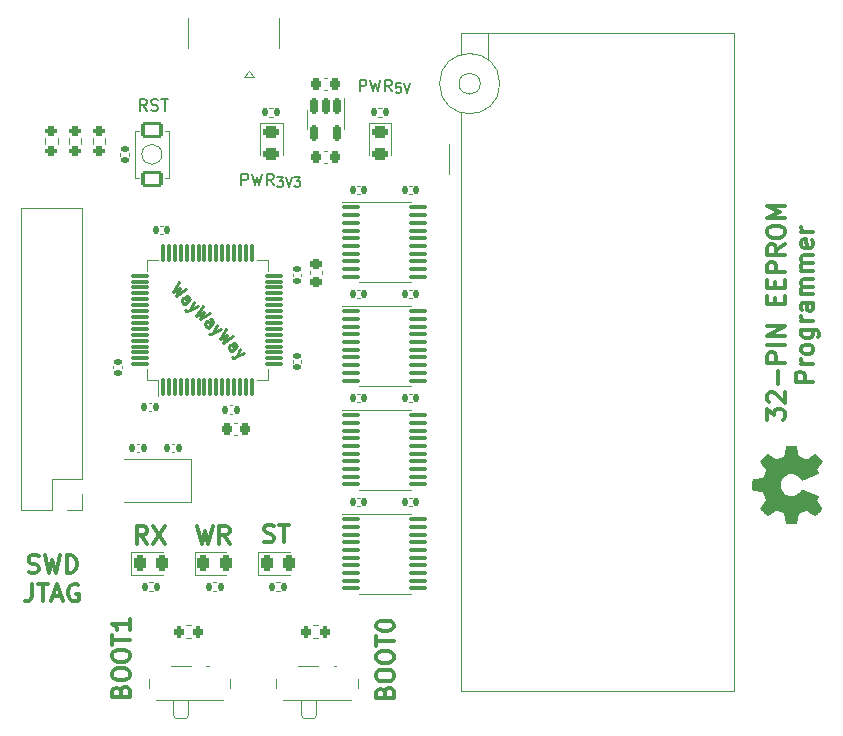
<source format=gbr>
G04 #@! TF.GenerationSoftware,KiCad,Pcbnew,7.0.7*
G04 #@! TF.CreationDate,2023-09-26T12:49:17-04:00*
G04 #@! TF.ProjectId,programmer,70726f67-7261-46d6-9d65-722e6b696361,rev?*
G04 #@! TF.SameCoordinates,Original*
G04 #@! TF.FileFunction,Legend,Top*
G04 #@! TF.FilePolarity,Positive*
%FSLAX46Y46*%
G04 Gerber Fmt 4.6, Leading zero omitted, Abs format (unit mm)*
G04 Created by KiCad (PCBNEW 7.0.7) date 2023-09-26 12:49:17*
%MOMM*%
%LPD*%
G01*
G04 APERTURE LIST*
G04 Aperture macros list*
%AMRoundRect*
0 Rectangle with rounded corners*
0 $1 Rounding radius*
0 $2 $3 $4 $5 $6 $7 $8 $9 X,Y pos of 4 corners*
0 Add a 4 corners polygon primitive as box body*
4,1,4,$2,$3,$4,$5,$6,$7,$8,$9,$2,$3,0*
0 Add four circle primitives for the rounded corners*
1,1,$1+$1,$2,$3*
1,1,$1+$1,$4,$5*
1,1,$1+$1,$6,$7*
1,1,$1+$1,$8,$9*
0 Add four rect primitives between the rounded corners*
20,1,$1+$1,$2,$3,$4,$5,0*
20,1,$1+$1,$4,$5,$6,$7,0*
20,1,$1+$1,$6,$7,$8,$9,0*
20,1,$1+$1,$8,$9,$2,$3,0*%
%AMFreePoly0*
4,1,9,1.050000,0.350000,0.550000,0.000000,0.550000,-0.400000,0.800000,-0.650000,0.800000,-0.800000,-1.050000,-0.800000,-1.050000,0.800000,1.050000,0.800000,1.050000,0.350000,1.050000,0.350000,$1*%
%AMFreePoly1*
4,1,9,1.050000,-0.800000,-0.800000,-0.800000,-0.800000,-0.650000,-0.550000,-0.400000,-0.550000,0.000000,-1.050000,0.350000,-1.050000,0.800000,1.050000,0.800000,1.050000,-0.800000,1.050000,-0.800000,$1*%
G04 Aperture macros list end*
%ADD10C,0.250000*%
%ADD11C,0.300000*%
%ADD12C,0.150000*%
%ADD13C,0.120000*%
%ADD14C,0.100000*%
%ADD15RoundRect,0.200000X0.275000X-0.200000X0.275000X0.200000X-0.275000X0.200000X-0.275000X-0.200000X0*%
%ADD16RoundRect,0.100000X-0.637500X-0.100000X0.637500X-0.100000X0.637500X0.100000X-0.637500X0.100000X0*%
%ADD17RoundRect,0.225000X0.225000X0.250000X-0.225000X0.250000X-0.225000X-0.250000X0.225000X-0.250000X0*%
%ADD18RoundRect,0.140000X0.140000X0.170000X-0.140000X0.170000X-0.140000X-0.170000X0.140000X-0.170000X0*%
%ADD19RoundRect,0.140000X-0.140000X-0.170000X0.140000X-0.170000X0.140000X0.170000X-0.140000X0.170000X0*%
%ADD20RoundRect,0.243750X-0.243750X-0.456250X0.243750X-0.456250X0.243750X0.456250X-0.243750X0.456250X0*%
%ADD21RoundRect,0.140000X0.170000X-0.140000X0.170000X0.140000X-0.170000X0.140000X-0.170000X-0.140000X0*%
%ADD22R,1.400000X0.800000*%
%ADD23C,0.900000*%
%ADD24R,0.800000X2.000000*%
%ADD25RoundRect,0.140000X-0.170000X0.140000X-0.170000X-0.140000X0.170000X-0.140000X0.170000X0.140000X0*%
%ADD26RoundRect,0.135000X-0.135000X-0.185000X0.135000X-0.185000X0.135000X0.185000X-0.135000X0.185000X0*%
%ADD27RoundRect,0.150000X-0.150000X0.512500X-0.150000X-0.512500X0.150000X-0.512500X0.150000X0.512500X0*%
%ADD28R,2.000000X2.400000*%
%ADD29RoundRect,0.243750X-0.456250X0.243750X-0.456250X-0.243750X0.456250X-0.243750X0.456250X0.243750X0*%
%ADD30RoundRect,0.200000X0.200000X0.275000X-0.200000X0.275000X-0.200000X-0.275000X0.200000X-0.275000X0*%
%ADD31C,0.600000*%
%ADD32R,0.400000X1.350000*%
%ADD33FreePoly0,180.000000*%
%ADD34O,1.000000X1.700000*%
%ADD35R,1.900000X1.900000*%
%ADD36O,0.850000X1.700000*%
%ADD37FreePoly1,180.000000*%
%ADD38C,0.800000*%
%ADD39C,6.400000*%
%ADD40R,1.700000X1.700000*%
%ADD41O,1.700000X1.700000*%
%ADD42RoundRect,0.225000X-0.225000X-0.250000X0.225000X-0.250000X0.225000X0.250000X-0.225000X0.250000X0*%
%ADD43RoundRect,0.075000X0.075000X-0.700000X0.075000X0.700000X-0.075000X0.700000X-0.075000X-0.700000X0*%
%ADD44RoundRect,0.075000X0.700000X-0.075000X0.700000X0.075000X-0.700000X0.075000X-0.700000X-0.075000X0*%
%ADD45R,2.000000X1.440000*%
%ADD46O,2.000000X1.440000*%
%ADD47RoundRect,0.135000X0.135000X0.185000X-0.135000X0.185000X-0.135000X-0.185000X0.135000X-0.185000X0*%
%ADD48RoundRect,0.135000X0.765000X-0.540000X0.765000X0.540000X-0.765000X0.540000X-0.765000X-0.540000X0*%
%ADD49RoundRect,0.225000X-0.250000X0.225000X-0.250000X-0.225000X0.250000X-0.225000X0.250000X0.225000X0*%
G04 APERTURE END LIST*
D10*
X126320150Y-95414479D02*
X125781402Y-96289945D01*
X125781402Y-96289945D02*
X126421166Y-95919555D01*
X126421166Y-95919555D02*
X126050776Y-96559319D01*
X126050776Y-96559319D02*
X126926242Y-96020571D01*
X126791555Y-97300097D02*
X127161944Y-96929708D01*
X127161944Y-96929708D02*
X127195616Y-96828693D01*
X127195616Y-96828693D02*
X127161944Y-96727677D01*
X127161944Y-96727677D02*
X127027257Y-96592990D01*
X127027257Y-96592990D02*
X126926242Y-96559319D01*
X126825226Y-97266425D02*
X126724211Y-97232754D01*
X126724211Y-97232754D02*
X126555852Y-97064395D01*
X126555852Y-97064395D02*
X126522181Y-96963380D01*
X126522181Y-96963380D02*
X126555852Y-96862364D01*
X126555852Y-96862364D02*
X126623196Y-96795021D01*
X126623196Y-96795021D02*
X126724211Y-96761349D01*
X126724211Y-96761349D02*
X126825226Y-96795021D01*
X126825226Y-96795021D02*
X126993585Y-96963380D01*
X126993585Y-96963380D02*
X127094600Y-96997051D01*
X127532333Y-97098067D02*
X127229288Y-97737830D01*
X127869051Y-97434784D02*
X127229288Y-97737830D01*
X127229288Y-97737830D02*
X126993585Y-97838845D01*
X126993585Y-97838845D02*
X126926242Y-97838845D01*
X126926242Y-97838845D02*
X126825227Y-97805173D01*
X128306784Y-97401113D02*
X127768036Y-98276578D01*
X127768036Y-98276578D02*
X128407799Y-97906189D01*
X128407799Y-97906189D02*
X128037410Y-98545952D01*
X128037410Y-98545952D02*
X128912875Y-98007204D01*
X128778188Y-99286731D02*
X129148577Y-98916341D01*
X129148577Y-98916341D02*
X129182249Y-98815326D01*
X129182249Y-98815326D02*
X129148577Y-98714311D01*
X129148577Y-98714311D02*
X129013890Y-98579624D01*
X129013890Y-98579624D02*
X128912875Y-98545952D01*
X128811860Y-99253059D02*
X128710845Y-99219387D01*
X128710845Y-99219387D02*
X128542486Y-99051028D01*
X128542486Y-99051028D02*
X128508814Y-98950013D01*
X128508814Y-98950013D02*
X128542486Y-98848998D01*
X128542486Y-98848998D02*
X128609829Y-98781654D01*
X128609829Y-98781654D02*
X128710845Y-98747983D01*
X128710845Y-98747983D02*
X128811860Y-98781654D01*
X128811860Y-98781654D02*
X128980219Y-98950013D01*
X128980219Y-98950013D02*
X129081234Y-98983685D01*
X129518967Y-99084700D02*
X129215921Y-99724463D01*
X129855684Y-99421418D02*
X129215921Y-99724463D01*
X129215921Y-99724463D02*
X128980219Y-99825479D01*
X128980219Y-99825479D02*
X128912875Y-99825479D01*
X128912875Y-99825479D02*
X128811860Y-99791807D01*
X130293417Y-99387746D02*
X129754669Y-100263212D01*
X129754669Y-100263212D02*
X130394432Y-99892822D01*
X130394432Y-99892822D02*
X130024043Y-100532586D01*
X130024043Y-100532586D02*
X130899509Y-99993838D01*
X130764822Y-101273364D02*
X131135211Y-100902975D01*
X131135211Y-100902975D02*
X131168883Y-100801960D01*
X131168883Y-100801960D02*
X131135211Y-100700944D01*
X131135211Y-100700944D02*
X131000524Y-100566257D01*
X131000524Y-100566257D02*
X130899509Y-100532586D01*
X130798493Y-101239692D02*
X130697478Y-101206021D01*
X130697478Y-101206021D02*
X130529119Y-101037662D01*
X130529119Y-101037662D02*
X130495448Y-100936647D01*
X130495448Y-100936647D02*
X130529119Y-100835631D01*
X130529119Y-100835631D02*
X130596463Y-100768288D01*
X130596463Y-100768288D02*
X130697478Y-100734616D01*
X130697478Y-100734616D02*
X130798493Y-100768288D01*
X130798493Y-100768288D02*
X130966852Y-100936647D01*
X130966852Y-100936647D02*
X131067867Y-100970318D01*
X131505600Y-101071334D02*
X131202554Y-101711097D01*
X131842318Y-101408051D02*
X131202554Y-101711097D01*
X131202554Y-101711097D02*
X130966852Y-101812112D01*
X130966852Y-101812112D02*
X130899509Y-101812112D01*
X130899509Y-101812112D02*
X130798493Y-101778440D01*
D11*
X113564286Y-119964400D02*
X113778572Y-120035828D01*
X113778572Y-120035828D02*
X114135714Y-120035828D01*
X114135714Y-120035828D02*
X114278572Y-119964400D01*
X114278572Y-119964400D02*
X114350000Y-119892971D01*
X114350000Y-119892971D02*
X114421429Y-119750114D01*
X114421429Y-119750114D02*
X114421429Y-119607257D01*
X114421429Y-119607257D02*
X114350000Y-119464400D01*
X114350000Y-119464400D02*
X114278572Y-119392971D01*
X114278572Y-119392971D02*
X114135714Y-119321542D01*
X114135714Y-119321542D02*
X113850000Y-119250114D01*
X113850000Y-119250114D02*
X113707143Y-119178685D01*
X113707143Y-119178685D02*
X113635714Y-119107257D01*
X113635714Y-119107257D02*
X113564286Y-118964400D01*
X113564286Y-118964400D02*
X113564286Y-118821542D01*
X113564286Y-118821542D02*
X113635714Y-118678685D01*
X113635714Y-118678685D02*
X113707143Y-118607257D01*
X113707143Y-118607257D02*
X113850000Y-118535828D01*
X113850000Y-118535828D02*
X114207143Y-118535828D01*
X114207143Y-118535828D02*
X114421429Y-118607257D01*
X114921428Y-118535828D02*
X115278571Y-120035828D01*
X115278571Y-120035828D02*
X115564285Y-118964400D01*
X115564285Y-118964400D02*
X115850000Y-120035828D01*
X115850000Y-120035828D02*
X116207143Y-118535828D01*
X116778571Y-120035828D02*
X116778571Y-118535828D01*
X116778571Y-118535828D02*
X117135714Y-118535828D01*
X117135714Y-118535828D02*
X117350000Y-118607257D01*
X117350000Y-118607257D02*
X117492857Y-118750114D01*
X117492857Y-118750114D02*
X117564286Y-118892971D01*
X117564286Y-118892971D02*
X117635714Y-119178685D01*
X117635714Y-119178685D02*
X117635714Y-119392971D01*
X117635714Y-119392971D02*
X117564286Y-119678685D01*
X117564286Y-119678685D02*
X117492857Y-119821542D01*
X117492857Y-119821542D02*
X117350000Y-119964400D01*
X117350000Y-119964400D02*
X117135714Y-120035828D01*
X117135714Y-120035828D02*
X116778571Y-120035828D01*
X113850000Y-120950828D02*
X113850000Y-122022257D01*
X113850000Y-122022257D02*
X113778571Y-122236542D01*
X113778571Y-122236542D02*
X113635714Y-122379400D01*
X113635714Y-122379400D02*
X113421428Y-122450828D01*
X113421428Y-122450828D02*
X113278571Y-122450828D01*
X114350000Y-120950828D02*
X115207143Y-120950828D01*
X114778571Y-122450828D02*
X114778571Y-120950828D01*
X115635714Y-122022257D02*
X116350000Y-122022257D01*
X115492857Y-122450828D02*
X115992857Y-120950828D01*
X115992857Y-120950828D02*
X116492857Y-122450828D01*
X117778571Y-121022257D02*
X117635714Y-120950828D01*
X117635714Y-120950828D02*
X117421428Y-120950828D01*
X117421428Y-120950828D02*
X117207142Y-121022257D01*
X117207142Y-121022257D02*
X117064285Y-121165114D01*
X117064285Y-121165114D02*
X116992856Y-121307971D01*
X116992856Y-121307971D02*
X116921428Y-121593685D01*
X116921428Y-121593685D02*
X116921428Y-121807971D01*
X116921428Y-121807971D02*
X116992856Y-122093685D01*
X116992856Y-122093685D02*
X117064285Y-122236542D01*
X117064285Y-122236542D02*
X117207142Y-122379400D01*
X117207142Y-122379400D02*
X117421428Y-122450828D01*
X117421428Y-122450828D02*
X117564285Y-122450828D01*
X117564285Y-122450828D02*
X117778571Y-122379400D01*
X117778571Y-122379400D02*
X117849999Y-122307971D01*
X117849999Y-122307971D02*
X117849999Y-121807971D01*
X117849999Y-121807971D02*
X117564285Y-121807971D01*
D12*
X141586779Y-79269819D02*
X141586779Y-78269819D01*
X141586779Y-78269819D02*
X141967731Y-78269819D01*
X141967731Y-78269819D02*
X142062969Y-78317438D01*
X142062969Y-78317438D02*
X142110588Y-78365057D01*
X142110588Y-78365057D02*
X142158207Y-78460295D01*
X142158207Y-78460295D02*
X142158207Y-78603152D01*
X142158207Y-78603152D02*
X142110588Y-78698390D01*
X142110588Y-78698390D02*
X142062969Y-78746009D01*
X142062969Y-78746009D02*
X141967731Y-78793628D01*
X141967731Y-78793628D02*
X141586779Y-78793628D01*
X142491541Y-78269819D02*
X142729636Y-79269819D01*
X142729636Y-79269819D02*
X142920112Y-78555533D01*
X142920112Y-78555533D02*
X143110588Y-79269819D01*
X143110588Y-79269819D02*
X143348684Y-78269819D01*
X144301064Y-79269819D02*
X143967731Y-78793628D01*
X143729636Y-79269819D02*
X143729636Y-78269819D01*
X143729636Y-78269819D02*
X144110588Y-78269819D01*
X144110588Y-78269819D02*
X144205826Y-78317438D01*
X144205826Y-78317438D02*
X144253445Y-78365057D01*
X144253445Y-78365057D02*
X144301064Y-78460295D01*
X144301064Y-78460295D02*
X144301064Y-78603152D01*
X144301064Y-78603152D02*
X144253445Y-78698390D01*
X144253445Y-78698390D02*
X144205826Y-78746009D01*
X144205826Y-78746009D02*
X144110588Y-78793628D01*
X144110588Y-78793628D02*
X143729636Y-78793628D01*
X145062969Y-78580295D02*
X144682017Y-78580295D01*
X144682017Y-78580295D02*
X144643921Y-78961247D01*
X144643921Y-78961247D02*
X144682017Y-78923152D01*
X144682017Y-78923152D02*
X144758207Y-78885057D01*
X144758207Y-78885057D02*
X144948683Y-78885057D01*
X144948683Y-78885057D02*
X145024874Y-78923152D01*
X145024874Y-78923152D02*
X145062969Y-78961247D01*
X145062969Y-78961247D02*
X145101064Y-79037438D01*
X145101064Y-79037438D02*
X145101064Y-79227914D01*
X145101064Y-79227914D02*
X145062969Y-79304104D01*
X145062969Y-79304104D02*
X145024874Y-79342200D01*
X145024874Y-79342200D02*
X144948683Y-79380295D01*
X144948683Y-79380295D02*
X144758207Y-79380295D01*
X144758207Y-79380295D02*
X144682017Y-79342200D01*
X144682017Y-79342200D02*
X144643921Y-79304104D01*
X145329636Y-78580295D02*
X145596303Y-79380295D01*
X145596303Y-79380295D02*
X145862969Y-78580295D01*
X131586779Y-87219819D02*
X131586779Y-86219819D01*
X131586779Y-86219819D02*
X131967731Y-86219819D01*
X131967731Y-86219819D02*
X132062969Y-86267438D01*
X132062969Y-86267438D02*
X132110588Y-86315057D01*
X132110588Y-86315057D02*
X132158207Y-86410295D01*
X132158207Y-86410295D02*
X132158207Y-86553152D01*
X132158207Y-86553152D02*
X132110588Y-86648390D01*
X132110588Y-86648390D02*
X132062969Y-86696009D01*
X132062969Y-86696009D02*
X131967731Y-86743628D01*
X131967731Y-86743628D02*
X131586779Y-86743628D01*
X132491541Y-86219819D02*
X132729636Y-87219819D01*
X132729636Y-87219819D02*
X132920112Y-86505533D01*
X132920112Y-86505533D02*
X133110588Y-87219819D01*
X133110588Y-87219819D02*
X133348684Y-86219819D01*
X134301064Y-87219819D02*
X133967731Y-86743628D01*
X133729636Y-87219819D02*
X133729636Y-86219819D01*
X133729636Y-86219819D02*
X134110588Y-86219819D01*
X134110588Y-86219819D02*
X134205826Y-86267438D01*
X134205826Y-86267438D02*
X134253445Y-86315057D01*
X134253445Y-86315057D02*
X134301064Y-86410295D01*
X134301064Y-86410295D02*
X134301064Y-86553152D01*
X134301064Y-86553152D02*
X134253445Y-86648390D01*
X134253445Y-86648390D02*
X134205826Y-86696009D01*
X134205826Y-86696009D02*
X134110588Y-86743628D01*
X134110588Y-86743628D02*
X133729636Y-86743628D01*
X134605826Y-86530295D02*
X135101064Y-86530295D01*
X135101064Y-86530295D02*
X134834398Y-86835057D01*
X134834398Y-86835057D02*
X134948683Y-86835057D01*
X134948683Y-86835057D02*
X135024874Y-86873152D01*
X135024874Y-86873152D02*
X135062969Y-86911247D01*
X135062969Y-86911247D02*
X135101064Y-86987438D01*
X135101064Y-86987438D02*
X135101064Y-87177914D01*
X135101064Y-87177914D02*
X135062969Y-87254104D01*
X135062969Y-87254104D02*
X135024874Y-87292200D01*
X135024874Y-87292200D02*
X134948683Y-87330295D01*
X134948683Y-87330295D02*
X134720112Y-87330295D01*
X134720112Y-87330295D02*
X134643921Y-87292200D01*
X134643921Y-87292200D02*
X134605826Y-87254104D01*
X135329636Y-86530295D02*
X135596303Y-87330295D01*
X135596303Y-87330295D02*
X135862969Y-86530295D01*
X136053445Y-86530295D02*
X136548683Y-86530295D01*
X136548683Y-86530295D02*
X136282017Y-86835057D01*
X136282017Y-86835057D02*
X136396302Y-86835057D01*
X136396302Y-86835057D02*
X136472493Y-86873152D01*
X136472493Y-86873152D02*
X136510588Y-86911247D01*
X136510588Y-86911247D02*
X136548683Y-86987438D01*
X136548683Y-86987438D02*
X136548683Y-87177914D01*
X136548683Y-87177914D02*
X136510588Y-87254104D01*
X136510588Y-87254104D02*
X136472493Y-87292200D01*
X136472493Y-87292200D02*
X136396302Y-87330295D01*
X136396302Y-87330295D02*
X136167731Y-87330295D01*
X136167731Y-87330295D02*
X136091540Y-87292200D01*
X136091540Y-87292200D02*
X136053445Y-87254104D01*
D11*
X176085828Y-107078571D02*
X176085828Y-106149999D01*
X176085828Y-106149999D02*
X176657257Y-106649999D01*
X176657257Y-106649999D02*
X176657257Y-106435714D01*
X176657257Y-106435714D02*
X176728685Y-106292857D01*
X176728685Y-106292857D02*
X176800114Y-106221428D01*
X176800114Y-106221428D02*
X176942971Y-106149999D01*
X176942971Y-106149999D02*
X177300114Y-106149999D01*
X177300114Y-106149999D02*
X177442971Y-106221428D01*
X177442971Y-106221428D02*
X177514400Y-106292857D01*
X177514400Y-106292857D02*
X177585828Y-106435714D01*
X177585828Y-106435714D02*
X177585828Y-106864285D01*
X177585828Y-106864285D02*
X177514400Y-107007142D01*
X177514400Y-107007142D02*
X177442971Y-107078571D01*
X176228685Y-105578571D02*
X176157257Y-105507143D01*
X176157257Y-105507143D02*
X176085828Y-105364286D01*
X176085828Y-105364286D02*
X176085828Y-105007143D01*
X176085828Y-105007143D02*
X176157257Y-104864286D01*
X176157257Y-104864286D02*
X176228685Y-104792857D01*
X176228685Y-104792857D02*
X176371542Y-104721428D01*
X176371542Y-104721428D02*
X176514400Y-104721428D01*
X176514400Y-104721428D02*
X176728685Y-104792857D01*
X176728685Y-104792857D02*
X177585828Y-105650000D01*
X177585828Y-105650000D02*
X177585828Y-104721428D01*
X177014400Y-104078572D02*
X177014400Y-102935715D01*
X177585828Y-102221429D02*
X176085828Y-102221429D01*
X176085828Y-102221429D02*
X176085828Y-101650000D01*
X176085828Y-101650000D02*
X176157257Y-101507143D01*
X176157257Y-101507143D02*
X176228685Y-101435714D01*
X176228685Y-101435714D02*
X176371542Y-101364286D01*
X176371542Y-101364286D02*
X176585828Y-101364286D01*
X176585828Y-101364286D02*
X176728685Y-101435714D01*
X176728685Y-101435714D02*
X176800114Y-101507143D01*
X176800114Y-101507143D02*
X176871542Y-101650000D01*
X176871542Y-101650000D02*
X176871542Y-102221429D01*
X177585828Y-100721429D02*
X176085828Y-100721429D01*
X177585828Y-100007143D02*
X176085828Y-100007143D01*
X176085828Y-100007143D02*
X177585828Y-99150000D01*
X177585828Y-99150000D02*
X176085828Y-99150000D01*
X176800114Y-97292857D02*
X176800114Y-96792857D01*
X177585828Y-96578571D02*
X177585828Y-97292857D01*
X177585828Y-97292857D02*
X176085828Y-97292857D01*
X176085828Y-97292857D02*
X176085828Y-96578571D01*
X176800114Y-95935714D02*
X176800114Y-95435714D01*
X177585828Y-95221428D02*
X177585828Y-95935714D01*
X177585828Y-95935714D02*
X176085828Y-95935714D01*
X176085828Y-95935714D02*
X176085828Y-95221428D01*
X177585828Y-94578571D02*
X176085828Y-94578571D01*
X176085828Y-94578571D02*
X176085828Y-94007142D01*
X176085828Y-94007142D02*
X176157257Y-93864285D01*
X176157257Y-93864285D02*
X176228685Y-93792856D01*
X176228685Y-93792856D02*
X176371542Y-93721428D01*
X176371542Y-93721428D02*
X176585828Y-93721428D01*
X176585828Y-93721428D02*
X176728685Y-93792856D01*
X176728685Y-93792856D02*
X176800114Y-93864285D01*
X176800114Y-93864285D02*
X176871542Y-94007142D01*
X176871542Y-94007142D02*
X176871542Y-94578571D01*
X177585828Y-92221428D02*
X176871542Y-92721428D01*
X177585828Y-93078571D02*
X176085828Y-93078571D01*
X176085828Y-93078571D02*
X176085828Y-92507142D01*
X176085828Y-92507142D02*
X176157257Y-92364285D01*
X176157257Y-92364285D02*
X176228685Y-92292856D01*
X176228685Y-92292856D02*
X176371542Y-92221428D01*
X176371542Y-92221428D02*
X176585828Y-92221428D01*
X176585828Y-92221428D02*
X176728685Y-92292856D01*
X176728685Y-92292856D02*
X176800114Y-92364285D01*
X176800114Y-92364285D02*
X176871542Y-92507142D01*
X176871542Y-92507142D02*
X176871542Y-93078571D01*
X176085828Y-91292856D02*
X176085828Y-91007142D01*
X176085828Y-91007142D02*
X176157257Y-90864285D01*
X176157257Y-90864285D02*
X176300114Y-90721428D01*
X176300114Y-90721428D02*
X176585828Y-90649999D01*
X176585828Y-90649999D02*
X177085828Y-90649999D01*
X177085828Y-90649999D02*
X177371542Y-90721428D01*
X177371542Y-90721428D02*
X177514400Y-90864285D01*
X177514400Y-90864285D02*
X177585828Y-91007142D01*
X177585828Y-91007142D02*
X177585828Y-91292856D01*
X177585828Y-91292856D02*
X177514400Y-91435714D01*
X177514400Y-91435714D02*
X177371542Y-91578571D01*
X177371542Y-91578571D02*
X177085828Y-91649999D01*
X177085828Y-91649999D02*
X176585828Y-91649999D01*
X176585828Y-91649999D02*
X176300114Y-91578571D01*
X176300114Y-91578571D02*
X176157257Y-91435714D01*
X176157257Y-91435714D02*
X176085828Y-91292856D01*
X177585828Y-90007142D02*
X176085828Y-90007142D01*
X176085828Y-90007142D02*
X177157257Y-89507142D01*
X177157257Y-89507142D02*
X176085828Y-89007142D01*
X176085828Y-89007142D02*
X177585828Y-89007142D01*
X180000828Y-103864285D02*
X178500828Y-103864285D01*
X178500828Y-103864285D02*
X178500828Y-103292856D01*
X178500828Y-103292856D02*
X178572257Y-103149999D01*
X178572257Y-103149999D02*
X178643685Y-103078570D01*
X178643685Y-103078570D02*
X178786542Y-103007142D01*
X178786542Y-103007142D02*
X179000828Y-103007142D01*
X179000828Y-103007142D02*
X179143685Y-103078570D01*
X179143685Y-103078570D02*
X179215114Y-103149999D01*
X179215114Y-103149999D02*
X179286542Y-103292856D01*
X179286542Y-103292856D02*
X179286542Y-103864285D01*
X180000828Y-102364285D02*
X179000828Y-102364285D01*
X179286542Y-102364285D02*
X179143685Y-102292856D01*
X179143685Y-102292856D02*
X179072257Y-102221428D01*
X179072257Y-102221428D02*
X179000828Y-102078570D01*
X179000828Y-102078570D02*
X179000828Y-101935713D01*
X180000828Y-101221428D02*
X179929400Y-101364285D01*
X179929400Y-101364285D02*
X179857971Y-101435714D01*
X179857971Y-101435714D02*
X179715114Y-101507142D01*
X179715114Y-101507142D02*
X179286542Y-101507142D01*
X179286542Y-101507142D02*
X179143685Y-101435714D01*
X179143685Y-101435714D02*
X179072257Y-101364285D01*
X179072257Y-101364285D02*
X179000828Y-101221428D01*
X179000828Y-101221428D02*
X179000828Y-101007142D01*
X179000828Y-101007142D02*
X179072257Y-100864285D01*
X179072257Y-100864285D02*
X179143685Y-100792857D01*
X179143685Y-100792857D02*
X179286542Y-100721428D01*
X179286542Y-100721428D02*
X179715114Y-100721428D01*
X179715114Y-100721428D02*
X179857971Y-100792857D01*
X179857971Y-100792857D02*
X179929400Y-100864285D01*
X179929400Y-100864285D02*
X180000828Y-101007142D01*
X180000828Y-101007142D02*
X180000828Y-101221428D01*
X179000828Y-99435714D02*
X180215114Y-99435714D01*
X180215114Y-99435714D02*
X180357971Y-99507142D01*
X180357971Y-99507142D02*
X180429400Y-99578571D01*
X180429400Y-99578571D02*
X180500828Y-99721428D01*
X180500828Y-99721428D02*
X180500828Y-99935714D01*
X180500828Y-99935714D02*
X180429400Y-100078571D01*
X179929400Y-99435714D02*
X180000828Y-99578571D01*
X180000828Y-99578571D02*
X180000828Y-99864285D01*
X180000828Y-99864285D02*
X179929400Y-100007142D01*
X179929400Y-100007142D02*
X179857971Y-100078571D01*
X179857971Y-100078571D02*
X179715114Y-100149999D01*
X179715114Y-100149999D02*
X179286542Y-100149999D01*
X179286542Y-100149999D02*
X179143685Y-100078571D01*
X179143685Y-100078571D02*
X179072257Y-100007142D01*
X179072257Y-100007142D02*
X179000828Y-99864285D01*
X179000828Y-99864285D02*
X179000828Y-99578571D01*
X179000828Y-99578571D02*
X179072257Y-99435714D01*
X180000828Y-98721428D02*
X179000828Y-98721428D01*
X179286542Y-98721428D02*
X179143685Y-98649999D01*
X179143685Y-98649999D02*
X179072257Y-98578571D01*
X179072257Y-98578571D02*
X179000828Y-98435713D01*
X179000828Y-98435713D02*
X179000828Y-98292856D01*
X180000828Y-97150000D02*
X179215114Y-97150000D01*
X179215114Y-97150000D02*
X179072257Y-97221428D01*
X179072257Y-97221428D02*
X179000828Y-97364285D01*
X179000828Y-97364285D02*
X179000828Y-97650000D01*
X179000828Y-97650000D02*
X179072257Y-97792857D01*
X179929400Y-97150000D02*
X180000828Y-97292857D01*
X180000828Y-97292857D02*
X180000828Y-97650000D01*
X180000828Y-97650000D02*
X179929400Y-97792857D01*
X179929400Y-97792857D02*
X179786542Y-97864285D01*
X179786542Y-97864285D02*
X179643685Y-97864285D01*
X179643685Y-97864285D02*
X179500828Y-97792857D01*
X179500828Y-97792857D02*
X179429400Y-97650000D01*
X179429400Y-97650000D02*
X179429400Y-97292857D01*
X179429400Y-97292857D02*
X179357971Y-97150000D01*
X180000828Y-96435714D02*
X179000828Y-96435714D01*
X179143685Y-96435714D02*
X179072257Y-96364285D01*
X179072257Y-96364285D02*
X179000828Y-96221428D01*
X179000828Y-96221428D02*
X179000828Y-96007142D01*
X179000828Y-96007142D02*
X179072257Y-95864285D01*
X179072257Y-95864285D02*
X179215114Y-95792857D01*
X179215114Y-95792857D02*
X180000828Y-95792857D01*
X179215114Y-95792857D02*
X179072257Y-95721428D01*
X179072257Y-95721428D02*
X179000828Y-95578571D01*
X179000828Y-95578571D02*
X179000828Y-95364285D01*
X179000828Y-95364285D02*
X179072257Y-95221428D01*
X179072257Y-95221428D02*
X179215114Y-95149999D01*
X179215114Y-95149999D02*
X180000828Y-95149999D01*
X180000828Y-94435714D02*
X179000828Y-94435714D01*
X179143685Y-94435714D02*
X179072257Y-94364285D01*
X179072257Y-94364285D02*
X179000828Y-94221428D01*
X179000828Y-94221428D02*
X179000828Y-94007142D01*
X179000828Y-94007142D02*
X179072257Y-93864285D01*
X179072257Y-93864285D02*
X179215114Y-93792857D01*
X179215114Y-93792857D02*
X180000828Y-93792857D01*
X179215114Y-93792857D02*
X179072257Y-93721428D01*
X179072257Y-93721428D02*
X179000828Y-93578571D01*
X179000828Y-93578571D02*
X179000828Y-93364285D01*
X179000828Y-93364285D02*
X179072257Y-93221428D01*
X179072257Y-93221428D02*
X179215114Y-93149999D01*
X179215114Y-93149999D02*
X180000828Y-93149999D01*
X179929400Y-91864285D02*
X180000828Y-92007142D01*
X180000828Y-92007142D02*
X180000828Y-92292857D01*
X180000828Y-92292857D02*
X179929400Y-92435714D01*
X179929400Y-92435714D02*
X179786542Y-92507142D01*
X179786542Y-92507142D02*
X179215114Y-92507142D01*
X179215114Y-92507142D02*
X179072257Y-92435714D01*
X179072257Y-92435714D02*
X179000828Y-92292857D01*
X179000828Y-92292857D02*
X179000828Y-92007142D01*
X179000828Y-92007142D02*
X179072257Y-91864285D01*
X179072257Y-91864285D02*
X179215114Y-91792857D01*
X179215114Y-91792857D02*
X179357971Y-91792857D01*
X179357971Y-91792857D02*
X179500828Y-92507142D01*
X180000828Y-91150000D02*
X179000828Y-91150000D01*
X179286542Y-91150000D02*
X179143685Y-91078571D01*
X179143685Y-91078571D02*
X179072257Y-91007143D01*
X179072257Y-91007143D02*
X179000828Y-90864285D01*
X179000828Y-90864285D02*
X179000828Y-90721428D01*
D12*
X123558207Y-80919819D02*
X123224874Y-80443628D01*
X122986779Y-80919819D02*
X122986779Y-79919819D01*
X122986779Y-79919819D02*
X123367731Y-79919819D01*
X123367731Y-79919819D02*
X123462969Y-79967438D01*
X123462969Y-79967438D02*
X123510588Y-80015057D01*
X123510588Y-80015057D02*
X123558207Y-80110295D01*
X123558207Y-80110295D02*
X123558207Y-80253152D01*
X123558207Y-80253152D02*
X123510588Y-80348390D01*
X123510588Y-80348390D02*
X123462969Y-80396009D01*
X123462969Y-80396009D02*
X123367731Y-80443628D01*
X123367731Y-80443628D02*
X122986779Y-80443628D01*
X123939160Y-80872200D02*
X124082017Y-80919819D01*
X124082017Y-80919819D02*
X124320112Y-80919819D01*
X124320112Y-80919819D02*
X124415350Y-80872200D01*
X124415350Y-80872200D02*
X124462969Y-80824580D01*
X124462969Y-80824580D02*
X124510588Y-80729342D01*
X124510588Y-80729342D02*
X124510588Y-80634104D01*
X124510588Y-80634104D02*
X124462969Y-80538866D01*
X124462969Y-80538866D02*
X124415350Y-80491247D01*
X124415350Y-80491247D02*
X124320112Y-80443628D01*
X124320112Y-80443628D02*
X124129636Y-80396009D01*
X124129636Y-80396009D02*
X124034398Y-80348390D01*
X124034398Y-80348390D02*
X123986779Y-80300771D01*
X123986779Y-80300771D02*
X123939160Y-80205533D01*
X123939160Y-80205533D02*
X123939160Y-80110295D01*
X123939160Y-80110295D02*
X123986779Y-80015057D01*
X123986779Y-80015057D02*
X124034398Y-79967438D01*
X124034398Y-79967438D02*
X124129636Y-79919819D01*
X124129636Y-79919819D02*
X124367731Y-79919819D01*
X124367731Y-79919819D02*
X124510588Y-79967438D01*
X124796303Y-79919819D02*
X125367731Y-79919819D01*
X125082017Y-80919819D02*
X125082017Y-79919819D01*
D11*
X127861653Y-116050828D02*
X128218796Y-117550828D01*
X128218796Y-117550828D02*
X128504510Y-116479400D01*
X128504510Y-116479400D02*
X128790225Y-117550828D01*
X128790225Y-117550828D02*
X129147368Y-116050828D01*
X130575939Y-117550828D02*
X130075939Y-116836542D01*
X129718796Y-117550828D02*
X129718796Y-116050828D01*
X129718796Y-116050828D02*
X130290225Y-116050828D01*
X130290225Y-116050828D02*
X130433082Y-116122257D01*
X130433082Y-116122257D02*
X130504511Y-116193685D01*
X130504511Y-116193685D02*
X130575939Y-116336542D01*
X130575939Y-116336542D02*
X130575939Y-116550828D01*
X130575939Y-116550828D02*
X130504511Y-116693685D01*
X130504511Y-116693685D02*
X130433082Y-116765114D01*
X130433082Y-116765114D02*
X130290225Y-116836542D01*
X130290225Y-116836542D02*
X129718796Y-116836542D01*
X133483082Y-117379400D02*
X133697368Y-117450828D01*
X133697368Y-117450828D02*
X134054510Y-117450828D01*
X134054510Y-117450828D02*
X134197368Y-117379400D01*
X134197368Y-117379400D02*
X134268796Y-117307971D01*
X134268796Y-117307971D02*
X134340225Y-117165114D01*
X134340225Y-117165114D02*
X134340225Y-117022257D01*
X134340225Y-117022257D02*
X134268796Y-116879400D01*
X134268796Y-116879400D02*
X134197368Y-116807971D01*
X134197368Y-116807971D02*
X134054510Y-116736542D01*
X134054510Y-116736542D02*
X133768796Y-116665114D01*
X133768796Y-116665114D02*
X133625939Y-116593685D01*
X133625939Y-116593685D02*
X133554510Y-116522257D01*
X133554510Y-116522257D02*
X133483082Y-116379400D01*
X133483082Y-116379400D02*
X133483082Y-116236542D01*
X133483082Y-116236542D02*
X133554510Y-116093685D01*
X133554510Y-116093685D02*
X133625939Y-116022257D01*
X133625939Y-116022257D02*
X133768796Y-115950828D01*
X133768796Y-115950828D02*
X134125939Y-115950828D01*
X134125939Y-115950828D02*
X134340225Y-116022257D01*
X134768796Y-115950828D02*
X135625939Y-115950828D01*
X135197367Y-117450828D02*
X135197367Y-115950828D01*
X121365114Y-130045489D02*
X121436542Y-129831203D01*
X121436542Y-129831203D02*
X121507971Y-129759774D01*
X121507971Y-129759774D02*
X121650828Y-129688346D01*
X121650828Y-129688346D02*
X121865114Y-129688346D01*
X121865114Y-129688346D02*
X122007971Y-129759774D01*
X122007971Y-129759774D02*
X122079400Y-129831203D01*
X122079400Y-129831203D02*
X122150828Y-129974060D01*
X122150828Y-129974060D02*
X122150828Y-130545489D01*
X122150828Y-130545489D02*
X120650828Y-130545489D01*
X120650828Y-130545489D02*
X120650828Y-130045489D01*
X120650828Y-130045489D02*
X120722257Y-129902632D01*
X120722257Y-129902632D02*
X120793685Y-129831203D01*
X120793685Y-129831203D02*
X120936542Y-129759774D01*
X120936542Y-129759774D02*
X121079400Y-129759774D01*
X121079400Y-129759774D02*
X121222257Y-129831203D01*
X121222257Y-129831203D02*
X121293685Y-129902632D01*
X121293685Y-129902632D02*
X121365114Y-130045489D01*
X121365114Y-130045489D02*
X121365114Y-130545489D01*
X120650828Y-128759774D02*
X120650828Y-128474060D01*
X120650828Y-128474060D02*
X120722257Y-128331203D01*
X120722257Y-128331203D02*
X120865114Y-128188346D01*
X120865114Y-128188346D02*
X121150828Y-128116917D01*
X121150828Y-128116917D02*
X121650828Y-128116917D01*
X121650828Y-128116917D02*
X121936542Y-128188346D01*
X121936542Y-128188346D02*
X122079400Y-128331203D01*
X122079400Y-128331203D02*
X122150828Y-128474060D01*
X122150828Y-128474060D02*
X122150828Y-128759774D01*
X122150828Y-128759774D02*
X122079400Y-128902632D01*
X122079400Y-128902632D02*
X121936542Y-129045489D01*
X121936542Y-129045489D02*
X121650828Y-129116917D01*
X121650828Y-129116917D02*
X121150828Y-129116917D01*
X121150828Y-129116917D02*
X120865114Y-129045489D01*
X120865114Y-129045489D02*
X120722257Y-128902632D01*
X120722257Y-128902632D02*
X120650828Y-128759774D01*
X120650828Y-127188345D02*
X120650828Y-126902631D01*
X120650828Y-126902631D02*
X120722257Y-126759774D01*
X120722257Y-126759774D02*
X120865114Y-126616917D01*
X120865114Y-126616917D02*
X121150828Y-126545488D01*
X121150828Y-126545488D02*
X121650828Y-126545488D01*
X121650828Y-126545488D02*
X121936542Y-126616917D01*
X121936542Y-126616917D02*
X122079400Y-126759774D01*
X122079400Y-126759774D02*
X122150828Y-126902631D01*
X122150828Y-126902631D02*
X122150828Y-127188345D01*
X122150828Y-127188345D02*
X122079400Y-127331203D01*
X122079400Y-127331203D02*
X121936542Y-127474060D01*
X121936542Y-127474060D02*
X121650828Y-127545488D01*
X121650828Y-127545488D02*
X121150828Y-127545488D01*
X121150828Y-127545488D02*
X120865114Y-127474060D01*
X120865114Y-127474060D02*
X120722257Y-127331203D01*
X120722257Y-127331203D02*
X120650828Y-127188345D01*
X120650828Y-126116916D02*
X120650828Y-125259774D01*
X122150828Y-125688345D02*
X120650828Y-125688345D01*
X122150828Y-123974059D02*
X122150828Y-124831202D01*
X122150828Y-124402631D02*
X120650828Y-124402631D01*
X120650828Y-124402631D02*
X120865114Y-124545488D01*
X120865114Y-124545488D02*
X121007971Y-124688345D01*
X121007971Y-124688345D02*
X121079400Y-124831202D01*
X143715114Y-130145489D02*
X143786542Y-129931203D01*
X143786542Y-129931203D02*
X143857971Y-129859774D01*
X143857971Y-129859774D02*
X144000828Y-129788346D01*
X144000828Y-129788346D02*
X144215114Y-129788346D01*
X144215114Y-129788346D02*
X144357971Y-129859774D01*
X144357971Y-129859774D02*
X144429400Y-129931203D01*
X144429400Y-129931203D02*
X144500828Y-130074060D01*
X144500828Y-130074060D02*
X144500828Y-130645489D01*
X144500828Y-130645489D02*
X143000828Y-130645489D01*
X143000828Y-130645489D02*
X143000828Y-130145489D01*
X143000828Y-130145489D02*
X143072257Y-130002632D01*
X143072257Y-130002632D02*
X143143685Y-129931203D01*
X143143685Y-129931203D02*
X143286542Y-129859774D01*
X143286542Y-129859774D02*
X143429400Y-129859774D01*
X143429400Y-129859774D02*
X143572257Y-129931203D01*
X143572257Y-129931203D02*
X143643685Y-130002632D01*
X143643685Y-130002632D02*
X143715114Y-130145489D01*
X143715114Y-130145489D02*
X143715114Y-130645489D01*
X143000828Y-128859774D02*
X143000828Y-128574060D01*
X143000828Y-128574060D02*
X143072257Y-128431203D01*
X143072257Y-128431203D02*
X143215114Y-128288346D01*
X143215114Y-128288346D02*
X143500828Y-128216917D01*
X143500828Y-128216917D02*
X144000828Y-128216917D01*
X144000828Y-128216917D02*
X144286542Y-128288346D01*
X144286542Y-128288346D02*
X144429400Y-128431203D01*
X144429400Y-128431203D02*
X144500828Y-128574060D01*
X144500828Y-128574060D02*
X144500828Y-128859774D01*
X144500828Y-128859774D02*
X144429400Y-129002632D01*
X144429400Y-129002632D02*
X144286542Y-129145489D01*
X144286542Y-129145489D02*
X144000828Y-129216917D01*
X144000828Y-129216917D02*
X143500828Y-129216917D01*
X143500828Y-129216917D02*
X143215114Y-129145489D01*
X143215114Y-129145489D02*
X143072257Y-129002632D01*
X143072257Y-129002632D02*
X143000828Y-128859774D01*
X143000828Y-127288345D02*
X143000828Y-127002631D01*
X143000828Y-127002631D02*
X143072257Y-126859774D01*
X143072257Y-126859774D02*
X143215114Y-126716917D01*
X143215114Y-126716917D02*
X143500828Y-126645488D01*
X143500828Y-126645488D02*
X144000828Y-126645488D01*
X144000828Y-126645488D02*
X144286542Y-126716917D01*
X144286542Y-126716917D02*
X144429400Y-126859774D01*
X144429400Y-126859774D02*
X144500828Y-127002631D01*
X144500828Y-127002631D02*
X144500828Y-127288345D01*
X144500828Y-127288345D02*
X144429400Y-127431203D01*
X144429400Y-127431203D02*
X144286542Y-127574060D01*
X144286542Y-127574060D02*
X144000828Y-127645488D01*
X144000828Y-127645488D02*
X143500828Y-127645488D01*
X143500828Y-127645488D02*
X143215114Y-127574060D01*
X143215114Y-127574060D02*
X143072257Y-127431203D01*
X143072257Y-127431203D02*
X143000828Y-127288345D01*
X143000828Y-126216916D02*
X143000828Y-125359774D01*
X144500828Y-125788345D02*
X143000828Y-125788345D01*
X143000828Y-124574059D02*
X143000828Y-124431202D01*
X143000828Y-124431202D02*
X143072257Y-124288345D01*
X143072257Y-124288345D02*
X143143685Y-124216917D01*
X143143685Y-124216917D02*
X143286542Y-124145488D01*
X143286542Y-124145488D02*
X143572257Y-124074059D01*
X143572257Y-124074059D02*
X143929400Y-124074059D01*
X143929400Y-124074059D02*
X144215114Y-124145488D01*
X144215114Y-124145488D02*
X144357971Y-124216917D01*
X144357971Y-124216917D02*
X144429400Y-124288345D01*
X144429400Y-124288345D02*
X144500828Y-124431202D01*
X144500828Y-124431202D02*
X144500828Y-124574059D01*
X144500828Y-124574059D02*
X144429400Y-124716917D01*
X144429400Y-124716917D02*
X144357971Y-124788345D01*
X144357971Y-124788345D02*
X144215114Y-124859774D01*
X144215114Y-124859774D02*
X143929400Y-124931202D01*
X143929400Y-124931202D02*
X143572257Y-124931202D01*
X143572257Y-124931202D02*
X143286542Y-124859774D01*
X143286542Y-124859774D02*
X143143685Y-124788345D01*
X143143685Y-124788345D02*
X143072257Y-124716917D01*
X143072257Y-124716917D02*
X143000828Y-124574059D01*
X123611653Y-117550828D02*
X123111653Y-116836542D01*
X122754510Y-117550828D02*
X122754510Y-116050828D01*
X122754510Y-116050828D02*
X123325939Y-116050828D01*
X123325939Y-116050828D02*
X123468796Y-116122257D01*
X123468796Y-116122257D02*
X123540225Y-116193685D01*
X123540225Y-116193685D02*
X123611653Y-116336542D01*
X123611653Y-116336542D02*
X123611653Y-116550828D01*
X123611653Y-116550828D02*
X123540225Y-116693685D01*
X123540225Y-116693685D02*
X123468796Y-116765114D01*
X123468796Y-116765114D02*
X123325939Y-116836542D01*
X123325939Y-116836542D02*
X122754510Y-116836542D01*
X124111653Y-116050828D02*
X125111653Y-117550828D01*
X125111653Y-116050828D02*
X124111653Y-117550828D01*
D13*
X118977500Y-83687258D02*
X118977500Y-83212742D01*
X120022500Y-83687258D02*
X120022500Y-83212742D01*
X143707500Y-106235000D02*
X140107500Y-106235000D01*
X143707500Y-106235000D02*
X145907500Y-106235000D01*
X143707500Y-113005000D02*
X141507500Y-113005000D01*
X143707500Y-113005000D02*
X145907500Y-113005000D01*
X138848080Y-85330000D02*
X138566920Y-85330000D01*
X138848080Y-84310000D02*
X138566920Y-84310000D01*
X141615336Y-87980000D02*
X141399664Y-87980000D01*
X141615336Y-87260000D02*
X141399664Y-87260000D01*
X145799664Y-113660000D02*
X146015336Y-113660000D01*
X145799664Y-114380000D02*
X146015336Y-114380000D01*
X122222500Y-118260000D02*
X122222500Y-120180000D01*
X122222500Y-120180000D02*
X124907500Y-120180000D01*
X124907500Y-118260000D02*
X122222500Y-118260000D01*
X121340000Y-84707836D02*
X121340000Y-84492164D01*
X122060000Y-84707836D02*
X122060000Y-84492164D01*
G36*
X178249937Y-109275271D02*
G01*
X178340952Y-109276076D01*
X178422198Y-109277312D01*
X178490964Y-109278916D01*
X178544537Y-109280824D01*
X178580206Y-109282974D01*
X178595259Y-109285302D01*
X178595269Y-109285308D01*
X178601332Y-109295299D01*
X178609324Y-109319476D01*
X178619483Y-109358979D01*
X178632047Y-109414951D01*
X178647255Y-109488533D01*
X178665344Y-109580868D01*
X178686553Y-109693098D01*
X178711119Y-109826364D01*
X178731712Y-109939825D01*
X178746706Y-110016415D01*
X178760676Y-110075011D01*
X178773133Y-110113752D01*
X178781707Y-110129228D01*
X178796694Y-110138097D01*
X178830083Y-110154071D01*
X178878536Y-110175780D01*
X178938715Y-110201851D01*
X179007281Y-110230913D01*
X179080897Y-110261594D01*
X179156223Y-110292522D01*
X179229922Y-110322327D01*
X179298655Y-110349636D01*
X179359084Y-110373078D01*
X179407871Y-110391281D01*
X179441677Y-110402874D01*
X179456607Y-110406523D01*
X179469996Y-110400120D01*
X179500224Y-110381924D01*
X179544966Y-110353453D01*
X179601894Y-110316225D01*
X179668682Y-110271758D01*
X179743005Y-110221572D01*
X179807869Y-110177264D01*
X179886911Y-110123260D01*
X179960540Y-110073455D01*
X180026384Y-110029417D01*
X180082071Y-109992709D01*
X180125231Y-109964898D01*
X180153492Y-109947550D01*
X180163810Y-109942249D01*
X180173957Y-109944772D01*
X180191989Y-109956576D01*
X180219166Y-109978813D01*
X180256747Y-110012637D01*
X180305993Y-110059201D01*
X180368164Y-110119658D01*
X180444519Y-110195162D01*
X180493842Y-110244346D01*
X180563526Y-110314470D01*
X180627691Y-110379959D01*
X180684511Y-110438879D01*
X180732160Y-110489296D01*
X180768811Y-110529275D01*
X180792638Y-110556883D01*
X180801814Y-110570185D01*
X180801861Y-110570552D01*
X180795450Y-110584199D01*
X180777237Y-110614653D01*
X180748749Y-110659570D01*
X180711513Y-110716605D01*
X180667056Y-110783414D01*
X180616905Y-110857650D01*
X180574346Y-110919890D01*
X180520751Y-110998451D01*
X180471652Y-111071565D01*
X180428578Y-111136861D01*
X180393061Y-111191975D01*
X180366629Y-111234539D01*
X180350813Y-111262184D01*
X180346831Y-111271892D01*
X180352133Y-111289224D01*
X180366725Y-111322794D01*
X180388633Y-111368404D01*
X180415883Y-111421857D01*
X180429009Y-111446689D01*
X180457492Y-111501444D01*
X180480992Y-111549431D01*
X180497692Y-111586707D01*
X180505774Y-111609332D01*
X180506087Y-111613759D01*
X180494818Y-111620170D01*
X180464106Y-111634495D01*
X180416114Y-111655832D01*
X180353006Y-111683282D01*
X180276944Y-111715943D01*
X180190092Y-111752915D01*
X180094612Y-111793296D01*
X179992669Y-111836187D01*
X179886424Y-111880686D01*
X179778042Y-111925892D01*
X179669684Y-111970906D01*
X179563516Y-112014825D01*
X179461699Y-112056749D01*
X179366396Y-112095778D01*
X179279772Y-112131011D01*
X179203988Y-112161547D01*
X179141208Y-112186485D01*
X179093596Y-112204924D01*
X179063314Y-112215964D01*
X179052965Y-112218864D01*
X179033356Y-112210083D01*
X179020455Y-112196501D01*
X178938302Y-112082159D01*
X178862023Y-111987031D01*
X178788809Y-111908674D01*
X178715852Y-111844643D01*
X178640343Y-111792493D01*
X178559474Y-111749780D01*
X178470437Y-111714059D01*
X178463369Y-111711599D01*
X178325131Y-111674268D01*
X178190188Y-111659142D01*
X178057420Y-111665684D01*
X177915880Y-111693012D01*
X177787997Y-111737770D01*
X177670190Y-111801664D01*
X177558875Y-111886399D01*
X177521196Y-111920903D01*
X177423188Y-112029800D01*
X177345316Y-112148686D01*
X177287772Y-112275441D01*
X177250745Y-112407943D01*
X177234427Y-112544070D01*
X177239008Y-112681701D01*
X177264679Y-112818714D01*
X177311631Y-112952988D01*
X177380054Y-113082402D01*
X177412437Y-113130868D01*
X177503020Y-113239112D01*
X177607313Y-113329955D01*
X177722961Y-113402917D01*
X177847610Y-113457523D01*
X177978905Y-113493293D01*
X178114492Y-113509750D01*
X178252015Y-113506418D01*
X178389120Y-113482817D01*
X178523453Y-113438471D01*
X178640727Y-113380021D01*
X178689502Y-113345998D01*
X178746655Y-113297647D01*
X178807341Y-113239870D01*
X178866717Y-113177567D01*
X178919939Y-113115640D01*
X178962162Y-113058988D01*
X178970074Y-113046796D01*
X178996381Y-113007466D01*
X179020422Y-112976207D01*
X179038093Y-112958213D01*
X179041757Y-112956095D01*
X179055224Y-112959365D01*
X179088024Y-112970780D01*
X179137975Y-112989448D01*
X179202895Y-113014477D01*
X179280604Y-113044974D01*
X179368919Y-113080047D01*
X179465659Y-113118806D01*
X179568642Y-113160356D01*
X179675688Y-113203808D01*
X179784614Y-113248268D01*
X179893238Y-113292844D01*
X179999381Y-113336645D01*
X180100859Y-113378779D01*
X180195492Y-113418353D01*
X180281098Y-113454476D01*
X180355495Y-113486255D01*
X180416502Y-113512798D01*
X180461937Y-113533214D01*
X180489619Y-113546611D01*
X180497120Y-113551188D01*
X180501894Y-113559981D01*
X180500837Y-113574653D01*
X180492732Y-113598352D01*
X180476361Y-113634223D01*
X180450508Y-113685414D01*
X180430032Y-113724612D01*
X180401076Y-113780842D01*
X180376503Y-113830826D01*
X180358231Y-113870483D01*
X180348177Y-113895732D01*
X180346831Y-113901678D01*
X180353237Y-113915460D01*
X180371440Y-113946051D01*
X180399913Y-113991102D01*
X180437131Y-114048263D01*
X180481567Y-114115184D01*
X180531695Y-114189517D01*
X180574346Y-114251976D01*
X180627916Y-114330589D01*
X180676996Y-114403739D01*
X180720057Y-114469060D01*
X180755571Y-114524187D01*
X180782011Y-114566757D01*
X180797849Y-114594403D01*
X180801861Y-114604125D01*
X180793814Y-114616977D01*
X180770838Y-114644296D01*
X180734676Y-114684225D01*
X180687071Y-114734908D01*
X180629768Y-114794486D01*
X180564510Y-114861102D01*
X180495084Y-114930863D01*
X180425256Y-115000184D01*
X180360342Y-115064005D01*
X180302244Y-115120502D01*
X180252865Y-115167853D01*
X180214104Y-115204236D01*
X180187865Y-115227827D01*
X180176048Y-115236805D01*
X180175826Y-115236840D01*
X180168590Y-115234568D01*
X180154454Y-115227096D01*
X180131936Y-115213439D01*
X180099554Y-115192613D01*
X180055826Y-115163632D01*
X179999272Y-115125513D01*
X179928408Y-115077270D01*
X179841754Y-115017918D01*
X179737827Y-114946473D01*
X179707211Y-114925393D01*
X179634047Y-114875824D01*
X179570152Y-114834163D01*
X179517789Y-114801798D01*
X179479218Y-114780114D01*
X179456703Y-114770500D01*
X179454044Y-114770142D01*
X179435564Y-114774439D01*
X179399327Y-114786436D01*
X179348649Y-114804796D01*
X179286843Y-114828179D01*
X179217224Y-114855248D01*
X179143107Y-114884664D01*
X179067806Y-114915088D01*
X178994636Y-114945182D01*
X178926911Y-114973608D01*
X178867945Y-114999026D01*
X178821054Y-115020099D01*
X178789552Y-115035488D01*
X178776936Y-115043572D01*
X178771994Y-115058569D01*
X178763484Y-115093785D01*
X178751978Y-115146470D01*
X178738044Y-115213879D01*
X178722254Y-115293264D01*
X178705177Y-115381876D01*
X178690422Y-115460533D01*
X178672751Y-115554620D01*
X178655949Y-115641674D01*
X178640578Y-115718966D01*
X178627200Y-115783765D01*
X178616377Y-115833341D01*
X178608670Y-115864961D01*
X178605029Y-115875631D01*
X178591132Y-115879075D01*
X178557104Y-115882109D01*
X178506071Y-115884720D01*
X178441157Y-115886898D01*
X178365485Y-115888630D01*
X178282179Y-115889905D01*
X178194364Y-115890709D01*
X178105163Y-115891031D01*
X178017702Y-115890859D01*
X177935103Y-115890180D01*
X177860491Y-115888984D01*
X177796990Y-115887257D01*
X177747724Y-115884989D01*
X177715817Y-115882165D01*
X177704500Y-115879103D01*
X177700844Y-115865410D01*
X177693517Y-115831443D01*
X177683047Y-115779878D01*
X177669962Y-115713396D01*
X177654791Y-115634673D01*
X177638060Y-115546389D01*
X177622294Y-115461992D01*
X177604461Y-115366781D01*
X177587545Y-115278166D01*
X177572105Y-115198939D01*
X177558695Y-115131887D01*
X177547874Y-115079801D01*
X177540198Y-115045469D01*
X177536523Y-115032241D01*
X177522971Y-115020906D01*
X177491000Y-115002569D01*
X177443946Y-114978668D01*
X177385145Y-114950641D01*
X177317935Y-114919925D01*
X177245651Y-114887958D01*
X177171630Y-114856178D01*
X177099207Y-114826022D01*
X177031720Y-114798928D01*
X176972504Y-114776335D01*
X176924896Y-114759678D01*
X176892232Y-114750398D01*
X176879567Y-114749138D01*
X176863904Y-114756837D01*
X176831462Y-114776327D01*
X176784608Y-114806066D01*
X176725710Y-114844509D01*
X176657138Y-114890112D01*
X176581259Y-114941331D01*
X176508245Y-114991249D01*
X176428291Y-115046112D01*
X176354040Y-115096818D01*
X176287770Y-115141829D01*
X176231761Y-115179607D01*
X176188292Y-115208614D01*
X176159642Y-115227314D01*
X176148324Y-115234095D01*
X176137392Y-115227353D01*
X176112308Y-115206147D01*
X176075284Y-115172650D01*
X176028531Y-115129033D01*
X175974262Y-115077466D01*
X175914689Y-115020123D01*
X175852024Y-114959173D01*
X175788479Y-114896790D01*
X175726267Y-114835143D01*
X175667599Y-114776406D01*
X175614688Y-114722749D01*
X175569745Y-114676343D01*
X175534983Y-114639361D01*
X175512613Y-114613974D01*
X175504846Y-114602421D01*
X175511228Y-114590783D01*
X175529414Y-114562094D01*
X175557963Y-114518518D01*
X175595435Y-114462217D01*
X175640390Y-114395353D01*
X175691386Y-114320089D01*
X175746984Y-114238588D01*
X175755696Y-114225863D01*
X175811980Y-114143173D01*
X175863858Y-114065936D01*
X175909881Y-113996389D01*
X175948598Y-113936767D01*
X175978561Y-113889307D01*
X175998320Y-113856244D01*
X176006424Y-113839814D01*
X176006546Y-113838988D01*
X176002221Y-113823185D01*
X175990186Y-113789383D01*
X175971850Y-113741036D01*
X175948620Y-113681597D01*
X175921906Y-113614518D01*
X175893116Y-113543254D01*
X175863658Y-113471257D01*
X175834941Y-113401981D01*
X175808374Y-113338879D01*
X175785365Y-113285404D01*
X175767323Y-113245009D01*
X175755655Y-113221148D01*
X175752630Y-113216474D01*
X175739128Y-113212013D01*
X175705249Y-113203893D01*
X175653572Y-113192645D01*
X175586674Y-113178802D01*
X175507134Y-113162896D01*
X175417531Y-113145459D01*
X175320442Y-113127023D01*
X175307176Y-113124538D01*
X175209317Y-113106121D01*
X175118606Y-113088828D01*
X175037620Y-113073167D01*
X174968934Y-113059647D01*
X174915123Y-113048774D01*
X174878762Y-113041056D01*
X174862428Y-113037001D01*
X174861900Y-113036764D01*
X174859506Y-113023976D01*
X174857317Y-112990319D01*
X174855392Y-112938259D01*
X174853787Y-112870261D01*
X174852561Y-112788790D01*
X174851769Y-112696312D01*
X174851471Y-112595292D01*
X174851470Y-112589072D01*
X174851647Y-112469442D01*
X174852216Y-112371368D01*
X174853235Y-112293076D01*
X174854760Y-112232791D01*
X174856849Y-112188737D01*
X174859559Y-112159139D01*
X174862947Y-112142222D01*
X174866054Y-112136719D01*
X174880511Y-112132143D01*
X174915294Y-112123974D01*
X174967760Y-112112748D01*
X175035270Y-112099002D01*
X175115181Y-112083275D01*
X175204854Y-112066103D01*
X175301647Y-112048024D01*
X175306500Y-112047129D01*
X175428794Y-112024296D01*
X175529360Y-112004848D01*
X175609514Y-111988493D01*
X175670570Y-111974942D01*
X175713846Y-111963903D01*
X175740656Y-111955087D01*
X175751725Y-111948884D01*
X175762448Y-111931647D01*
X175779703Y-111896527D01*
X175802088Y-111846998D01*
X175828205Y-111786535D01*
X175856655Y-111718613D01*
X175886040Y-111646709D01*
X175914960Y-111574295D01*
X175942015Y-111504849D01*
X175965808Y-111441845D01*
X175984939Y-111388759D01*
X175998009Y-111349064D01*
X176003619Y-111326237D01*
X176003629Y-111323155D01*
X175996072Y-111308203D01*
X175976730Y-111276449D01*
X175947145Y-111230243D01*
X175908860Y-111171939D01*
X175863419Y-111103888D01*
X175812362Y-111028441D01*
X175763540Y-110957110D01*
X175697753Y-110861499D01*
X175644012Y-110783263D01*
X175601176Y-110720528D01*
X175568103Y-110671418D01*
X175543650Y-110634059D01*
X175526676Y-110606576D01*
X175516039Y-110587094D01*
X175510598Y-110573737D01*
X175509210Y-110564630D01*
X175510734Y-110557899D01*
X175514028Y-110551669D01*
X175515283Y-110549449D01*
X175527783Y-110533544D01*
X175554307Y-110504469D01*
X175592572Y-110464455D01*
X175640298Y-110415735D01*
X175695204Y-110360541D01*
X175755008Y-110301105D01*
X175817429Y-110239659D01*
X175880186Y-110178435D01*
X175940998Y-110119665D01*
X175997584Y-110065581D01*
X176047662Y-110018416D01*
X176088951Y-109980402D01*
X176119170Y-109953770D01*
X176136038Y-109940753D01*
X176138314Y-109939825D01*
X176152216Y-109946253D01*
X176182963Y-109964540D01*
X176228262Y-109993193D01*
X176285822Y-110030718D01*
X176353349Y-110075621D01*
X176428552Y-110126410D01*
X176505312Y-110178954D01*
X176585982Y-110234252D01*
X176661365Y-110285403D01*
X176729126Y-110330860D01*
X176786929Y-110369080D01*
X176832439Y-110398517D01*
X176863321Y-110417627D01*
X176876923Y-110424792D01*
X176893733Y-110422045D01*
X176928420Y-110411047D01*
X176977618Y-110393209D01*
X177037965Y-110369947D01*
X177106097Y-110342672D01*
X177178651Y-110312799D01*
X177252262Y-110281739D01*
X177323568Y-110250907D01*
X177389205Y-110221715D01*
X177445809Y-110195576D01*
X177490016Y-110173905D01*
X177518464Y-110158113D01*
X177526856Y-110151733D01*
X177533350Y-110135317D01*
X177543330Y-110097958D01*
X177556348Y-110041715D01*
X177571958Y-109968646D01*
X177589715Y-109880809D01*
X177609171Y-109780264D01*
X177620476Y-109720065D01*
X177638533Y-109624481D01*
X177655833Y-109535822D01*
X177671806Y-109456794D01*
X177685882Y-109390101D01*
X177697492Y-109338446D01*
X177706065Y-109304535D01*
X177710818Y-109291287D01*
X177717871Y-109286882D01*
X177732401Y-109283310D01*
X177756530Y-109280492D01*
X177792381Y-109278350D01*
X177842077Y-109276804D01*
X177907741Y-109275777D01*
X177991496Y-109275190D01*
X178095465Y-109274964D01*
X178151865Y-109274960D01*
X178249937Y-109275271D01*
G37*
X134545000Y-129000000D02*
X134545000Y-129790000D01*
X135145000Y-130800000D02*
X140845000Y-130800000D01*
X136395000Y-127950000D02*
X138095000Y-127950000D01*
X136595000Y-130800000D02*
X136595000Y-132090000D01*
X136595000Y-132090000D02*
X136795000Y-132300000D01*
X136795000Y-132300000D02*
X137695000Y-132300000D01*
X137895000Y-132090000D02*
X137695000Y-132300000D01*
X137895000Y-132090000D02*
X137895000Y-130800000D01*
X139395000Y-127950000D02*
X139595000Y-127950000D01*
X141445000Y-129790000D02*
X141445000Y-129000000D01*
X136667500Y-102012164D02*
X136667500Y-102227836D01*
X135947500Y-102012164D02*
X135947500Y-102227836D01*
X133953859Y-80640000D02*
X134261141Y-80640000D01*
X133953859Y-81400000D02*
X134261141Y-81400000D01*
X140267500Y-81620000D02*
X140267500Y-79820000D01*
X140267500Y-81620000D02*
X140267500Y-82420000D01*
X137147500Y-81620000D02*
X137147500Y-80820000D01*
X137147500Y-81620000D02*
X137147500Y-82420000D01*
X143707500Y-97435000D02*
X140107500Y-97435000D01*
X143707500Y-97435000D02*
X145907500Y-97435000D01*
X143707500Y-104205000D02*
X141507500Y-104205000D01*
X143707500Y-104205000D02*
X145907500Y-104205000D01*
X114977500Y-83687258D02*
X114977500Y-83212742D01*
X116022500Y-83687258D02*
X116022500Y-83212742D01*
X127357500Y-114020000D02*
X127357500Y-110420000D01*
X127357500Y-110420000D02*
X121607500Y-110420000D01*
X121607500Y-114020000D02*
X127357500Y-114020000D01*
X144267500Y-81935000D02*
X142347500Y-81935000D01*
X142347500Y-81935000D02*
X142347500Y-84620000D01*
X144267500Y-84620000D02*
X144267500Y-81935000D01*
X141615336Y-105580000D02*
X141399664Y-105580000D01*
X141615336Y-104860000D02*
X141399664Y-104860000D01*
X136667500Y-94712164D02*
X136667500Y-94927836D01*
X135947500Y-94712164D02*
X135947500Y-94927836D01*
X122935336Y-109830000D02*
X122719664Y-109830000D01*
X122935336Y-109110000D02*
X122719664Y-109110000D01*
X127324758Y-125522500D02*
X126850242Y-125522500D01*
X127324758Y-124477500D02*
X126850242Y-124477500D01*
X131248080Y-108330000D02*
X130966920Y-108330000D01*
X131248080Y-107310000D02*
X130966920Y-107310000D01*
X138099758Y-125522500D02*
X137625242Y-125522500D01*
X138099758Y-124477500D02*
X137625242Y-124477500D01*
X141615336Y-114380000D02*
X141399664Y-114380000D01*
X141615336Y-113660000D02*
X141399664Y-113660000D01*
X134553859Y-120840000D02*
X134861141Y-120840000D01*
X134553859Y-121600000D02*
X134861141Y-121600000D01*
X134752500Y-75580000D02*
X134752500Y-73090000D01*
X132607500Y-78020000D02*
X131807500Y-78020000D01*
X132207500Y-77570000D02*
X132607500Y-78020000D01*
X131807500Y-78020000D02*
X132207500Y-77570000D01*
X127062500Y-75580000D02*
X127062500Y-73090000D01*
X135067500Y-81935000D02*
X133147500Y-81935000D01*
X133147500Y-81935000D02*
X133147500Y-84620000D01*
X135067500Y-84620000D02*
X135067500Y-81935000D01*
X133022500Y-118260000D02*
X133022500Y-120180000D01*
X133022500Y-120180000D02*
X135707500Y-120180000D01*
X135707500Y-118260000D02*
X133022500Y-118260000D01*
X129153859Y-120840000D02*
X129461141Y-120840000D01*
X129153859Y-121600000D02*
X129461141Y-121600000D01*
X118105000Y-114675000D02*
X116775000Y-114675000D01*
X118105000Y-113345000D02*
X118105000Y-114675000D01*
X118105000Y-112075000D02*
X118105000Y-89155000D01*
X118105000Y-112075000D02*
X115505000Y-112075000D01*
X118105000Y-89155000D02*
X112905000Y-89155000D01*
X115505000Y-114675000D02*
X112905000Y-114675000D01*
X115505000Y-112075000D02*
X115505000Y-114675000D01*
X112905000Y-114675000D02*
X112905000Y-89155000D01*
X138566920Y-78110000D02*
X138848080Y-78110000D01*
X138566920Y-79130000D02*
X138848080Y-79130000D01*
X116977500Y-83687258D02*
X116977500Y-83212742D01*
X118022500Y-83687258D02*
X118022500Y-83212742D01*
X127622500Y-118260000D02*
X127622500Y-120180000D01*
X127622500Y-120180000D02*
X130307500Y-120180000D01*
X130307500Y-118260000D02*
X127622500Y-118260000D01*
X124692164Y-90640000D02*
X124907836Y-90640000D01*
X124692164Y-91360000D02*
X124907836Y-91360000D01*
X123750000Y-129000000D02*
X123750000Y-129790000D01*
X124350000Y-130800000D02*
X130050000Y-130800000D01*
X125600000Y-127950000D02*
X127300000Y-127950000D01*
X125800000Y-130800000D02*
X125800000Y-132090000D01*
X125800000Y-132090000D02*
X126000000Y-132300000D01*
X126000000Y-132300000D02*
X126900000Y-132300000D01*
X127100000Y-132090000D02*
X126900000Y-132300000D01*
X127100000Y-132090000D02*
X127100000Y-130800000D01*
X128600000Y-127950000D02*
X128800000Y-127950000D01*
X130650000Y-129790000D02*
X130650000Y-129000000D01*
X123597500Y-103730000D02*
X124547500Y-103730000D01*
X124547500Y-103730000D02*
X124547500Y-105070000D01*
X133817500Y-103730000D02*
X132867500Y-103730000D01*
X123597500Y-102780000D02*
X123597500Y-103730000D01*
X133817500Y-102780000D02*
X133817500Y-103730000D01*
X123597500Y-94460000D02*
X123597500Y-93510000D01*
X133817500Y-94460000D02*
X133817500Y-93510000D01*
X123597500Y-93510000D02*
X124547500Y-93510000D01*
X133817500Y-93510000D02*
X132867500Y-93510000D01*
X143707500Y-115035000D02*
X140107500Y-115035000D01*
X143707500Y-115035000D02*
X145907500Y-115035000D01*
X143707500Y-121805000D02*
X141507500Y-121805000D01*
X143707500Y-121805000D02*
X145907500Y-121805000D01*
X143707500Y-88635000D02*
X140107500Y-88635000D01*
X143707500Y-88635000D02*
X145907500Y-88635000D01*
X143707500Y-95405000D02*
X141507500Y-95405000D01*
X143707500Y-95405000D02*
X145907500Y-95405000D01*
X145799664Y-96060000D02*
X146015336Y-96060000D01*
X145799664Y-96780000D02*
X146015336Y-96780000D01*
X149157500Y-86230000D02*
X149157500Y-83690000D01*
X150177500Y-74300000D02*
X150177500Y-76160000D01*
X150177500Y-81060000D02*
X150177500Y-130000000D01*
X150177500Y-130000000D02*
X173277500Y-130000000D01*
X152457500Y-74300000D02*
X152457500Y-76560000D01*
X173277500Y-74300000D02*
X150177500Y-74300000D01*
X173277500Y-130000000D02*
X173277500Y-74300000D01*
X151807500Y-78610000D02*
G75*
G03*
X151807500Y-78610000I-900000J0D01*
G01*
X153457500Y-78610000D02*
G75*
G03*
X153457500Y-78610000I-2550000J0D01*
G01*
X141615336Y-96780000D02*
X141399664Y-96780000D01*
X141615336Y-96060000D02*
X141399664Y-96060000D01*
X143461141Y-81400000D02*
X143153859Y-81400000D01*
X143461141Y-80640000D02*
X143153859Y-80640000D01*
D14*
X122550000Y-86600000D02*
X122900000Y-86600000D01*
X125100000Y-86600000D02*
X125450000Y-86600000D01*
X122550000Y-82600000D02*
X122550000Y-86600000D01*
X122550000Y-82600000D02*
X122900000Y-82600000D01*
X125100000Y-82600000D02*
X125450000Y-82600000D01*
X125450000Y-82600000D02*
X125450000Y-86600000D01*
X124850000Y-84600000D02*
G75*
G03*
X124850000Y-84600000I-850000J0D01*
G01*
D13*
X145799664Y-104860000D02*
X146015336Y-104860000D01*
X145799664Y-105580000D02*
X146015336Y-105580000D01*
X123957836Y-106360000D02*
X123742164Y-106360000D01*
X123957836Y-105640000D02*
X123742164Y-105640000D01*
X130815336Y-106580000D02*
X130599664Y-106580000D01*
X130815336Y-105860000D02*
X130599664Y-105860000D01*
X138417500Y-94479420D02*
X138417500Y-94760580D01*
X137397500Y-94479420D02*
X137397500Y-94760580D01*
X123753859Y-120840000D02*
X124061141Y-120840000D01*
X123753859Y-121600000D02*
X124061141Y-121600000D01*
X125679664Y-109110000D02*
X125895336Y-109110000D01*
X125679664Y-109830000D02*
X125895336Y-109830000D01*
X120747500Y-102727836D02*
X120747500Y-102512164D01*
X121467500Y-102727836D02*
X121467500Y-102512164D01*
X145799664Y-87260000D02*
X146015336Y-87260000D01*
X145799664Y-87980000D02*
X146015336Y-87980000D01*
%LPC*%
D15*
X119500000Y-84275000D03*
X119500000Y-82625000D03*
D16*
X140845000Y-106695000D03*
X140845000Y-107345000D03*
X140845000Y-107995000D03*
X140845000Y-108645000D03*
X140845000Y-109295000D03*
X140845000Y-109945000D03*
X140845000Y-110595000D03*
X140845000Y-111245000D03*
X140845000Y-111895000D03*
X140845000Y-112545000D03*
X146570000Y-112545000D03*
X146570000Y-111895000D03*
X146570000Y-111245000D03*
X146570000Y-110595000D03*
X146570000Y-109945000D03*
X146570000Y-109295000D03*
X146570000Y-108645000D03*
X146570000Y-107995000D03*
X146570000Y-107345000D03*
X146570000Y-106695000D03*
D17*
X139482500Y-84820000D03*
X137932500Y-84820000D03*
D18*
X141987500Y-87620000D03*
X141027500Y-87620000D03*
D19*
X145427500Y-114020000D03*
X146387500Y-114020000D03*
D20*
X122970000Y-119220000D03*
X124845000Y-119220000D03*
D21*
X121700000Y-85080000D03*
X121700000Y-84120000D03*
D22*
X134345000Y-128290000D03*
X134345000Y-130500000D03*
D23*
X136495000Y-129400000D03*
X139495000Y-129400000D03*
D22*
X141645000Y-128290000D03*
X141645000Y-130500000D03*
D24*
X135745000Y-127368000D03*
X138745000Y-127368000D03*
X140245000Y-127368000D03*
D25*
X136307500Y-101640000D03*
X136307500Y-102600000D03*
D26*
X133597500Y-81020000D03*
X134617500Y-81020000D03*
D27*
X139657500Y-80482500D03*
X138707500Y-80482500D03*
X137757500Y-80482500D03*
X137757500Y-82757500D03*
X139657500Y-82757500D03*
D16*
X140845000Y-97895000D03*
X140845000Y-98545000D03*
X140845000Y-99195000D03*
X140845000Y-99845000D03*
X140845000Y-100495000D03*
X140845000Y-101145000D03*
X140845000Y-101795000D03*
X140845000Y-102445000D03*
X140845000Y-103095000D03*
X140845000Y-103745000D03*
X146570000Y-103745000D03*
X146570000Y-103095000D03*
X146570000Y-102445000D03*
X146570000Y-101795000D03*
X146570000Y-101145000D03*
X146570000Y-100495000D03*
X146570000Y-99845000D03*
X146570000Y-99195000D03*
X146570000Y-98545000D03*
X146570000Y-97895000D03*
D15*
X115500000Y-84275000D03*
X115500000Y-82625000D03*
D28*
X126157500Y-112220000D03*
X122457500Y-112220000D03*
D29*
X143307500Y-82682500D03*
X143307500Y-84557500D03*
D18*
X141987500Y-105220000D03*
X141027500Y-105220000D03*
D25*
X136307500Y-94340000D03*
X136307500Y-95300000D03*
D18*
X123307500Y-109470000D03*
X122347500Y-109470000D03*
D30*
X127912500Y-125000000D03*
X126262500Y-125000000D03*
D17*
X131882500Y-107820000D03*
X130332500Y-107820000D03*
D30*
X138687500Y-125000000D03*
X137037500Y-125000000D03*
D18*
X141987500Y-114020000D03*
X141027500Y-114020000D03*
D26*
X134197500Y-121220000D03*
X135217500Y-121220000D03*
D31*
X132907500Y-76380000D03*
X128907500Y-76380000D03*
D32*
X132207500Y-76705000D03*
X131557500Y-76705000D03*
X130907500Y-76705000D03*
X130257500Y-76705000D03*
X129607500Y-76705000D03*
D33*
X134007500Y-76580000D03*
D34*
X133732500Y-74030000D03*
D35*
X132107500Y-74030000D03*
X129707500Y-74030000D03*
D36*
X128082500Y-74030000D03*
D37*
X127807500Y-76580000D03*
D38*
X113507500Y-126420000D03*
X114210444Y-124722944D03*
X114210444Y-128117056D03*
X115907500Y-124020000D03*
D39*
X115907500Y-126420000D03*
D38*
X115907500Y-128820000D03*
X117604556Y-124722944D03*
X117604556Y-128117056D03*
X118307500Y-126420000D03*
D29*
X134107500Y-82682500D03*
X134107500Y-84557500D03*
D20*
X133770000Y-119220000D03*
X135645000Y-119220000D03*
D26*
X128797500Y-121220000D03*
X129817500Y-121220000D03*
D40*
X116775000Y-113345000D03*
D41*
X114235000Y-113345000D03*
X116775000Y-110805000D03*
X114235000Y-110805000D03*
X116775000Y-108265000D03*
X114235000Y-108265000D03*
X116775000Y-105725000D03*
X114235000Y-105725000D03*
X116775000Y-103185000D03*
X114235000Y-103185000D03*
X116775000Y-100645000D03*
X114235000Y-100645000D03*
X116775000Y-98105000D03*
X114235000Y-98105000D03*
X116775000Y-95565000D03*
X114235000Y-95565000D03*
X116775000Y-93025000D03*
X114235000Y-93025000D03*
X116775000Y-90485000D03*
X114235000Y-90485000D03*
D42*
X137932500Y-78620000D03*
X139482500Y-78620000D03*
D15*
X117500000Y-84275000D03*
X117500000Y-82625000D03*
D20*
X128370000Y-119220000D03*
X130245000Y-119220000D03*
D19*
X124320000Y-91000000D03*
X125280000Y-91000000D03*
D22*
X123550000Y-128290000D03*
X123550000Y-130500000D03*
D23*
X125700000Y-129400000D03*
X128700000Y-129400000D03*
D22*
X130850000Y-128290000D03*
X130850000Y-130500000D03*
D24*
X124950000Y-127368000D03*
X127950000Y-127368000D03*
X129450000Y-127368000D03*
D43*
X124957500Y-104295000D03*
X125457500Y-104295000D03*
X125957500Y-104295000D03*
X126457500Y-104295000D03*
X126957500Y-104295000D03*
X127457500Y-104295000D03*
X127957500Y-104295000D03*
X128457500Y-104295000D03*
X128957500Y-104295000D03*
X129457500Y-104295000D03*
X129957500Y-104295000D03*
X130457500Y-104295000D03*
X130957500Y-104295000D03*
X131457500Y-104295000D03*
X131957500Y-104295000D03*
X132457500Y-104295000D03*
D44*
X134382500Y-102370000D03*
X134382500Y-101870000D03*
X134382500Y-101370000D03*
X134382500Y-100870000D03*
X134382500Y-100370000D03*
X134382500Y-99870000D03*
X134382500Y-99370000D03*
X134382500Y-98870000D03*
X134382500Y-98370000D03*
X134382500Y-97870000D03*
X134382500Y-97370000D03*
X134382500Y-96870000D03*
X134382500Y-96370000D03*
X134382500Y-95870000D03*
X134382500Y-95370000D03*
X134382500Y-94870000D03*
D43*
X132457500Y-92945000D03*
X131957500Y-92945000D03*
X131457500Y-92945000D03*
X130957500Y-92945000D03*
X130457500Y-92945000D03*
X129957500Y-92945000D03*
X129457500Y-92945000D03*
X128957500Y-92945000D03*
X128457500Y-92945000D03*
X127957500Y-92945000D03*
X127457500Y-92945000D03*
X126957500Y-92945000D03*
X126457500Y-92945000D03*
X125957500Y-92945000D03*
X125457500Y-92945000D03*
X124957500Y-92945000D03*
D44*
X123032500Y-94870000D03*
X123032500Y-95370000D03*
X123032500Y-95870000D03*
X123032500Y-96370000D03*
X123032500Y-96870000D03*
X123032500Y-97370000D03*
X123032500Y-97870000D03*
X123032500Y-98370000D03*
X123032500Y-98870000D03*
X123032500Y-99370000D03*
X123032500Y-99870000D03*
X123032500Y-100370000D03*
X123032500Y-100870000D03*
X123032500Y-101370000D03*
X123032500Y-101870000D03*
X123032500Y-102370000D03*
D16*
X140845000Y-115495000D03*
X140845000Y-116145000D03*
X140845000Y-116795000D03*
X140845000Y-117445000D03*
X140845000Y-118095000D03*
X140845000Y-118745000D03*
X140845000Y-119395000D03*
X140845000Y-120045000D03*
X140845000Y-120695000D03*
X140845000Y-121345000D03*
X146570000Y-121345000D03*
X146570000Y-120695000D03*
X146570000Y-120045000D03*
X146570000Y-119395000D03*
X146570000Y-118745000D03*
X146570000Y-118095000D03*
X146570000Y-117445000D03*
X146570000Y-116795000D03*
X146570000Y-116145000D03*
X146570000Y-115495000D03*
X140845000Y-89095000D03*
X140845000Y-89745000D03*
X140845000Y-90395000D03*
X140845000Y-91045000D03*
X140845000Y-91695000D03*
X140845000Y-92345000D03*
X140845000Y-92995000D03*
X140845000Y-93645000D03*
X140845000Y-94295000D03*
X140845000Y-94945000D03*
X146570000Y-94945000D03*
X146570000Y-94295000D03*
X146570000Y-93645000D03*
X146570000Y-92995000D03*
X146570000Y-92345000D03*
X146570000Y-91695000D03*
X146570000Y-91045000D03*
X146570000Y-90395000D03*
X146570000Y-89745000D03*
X146570000Y-89095000D03*
D19*
X145427500Y-96420000D03*
X146387500Y-96420000D03*
D45*
X154107500Y-84960000D03*
D46*
X154107500Y-87500000D03*
X154107500Y-90040000D03*
X154107500Y-92580000D03*
X154107500Y-95120000D03*
X154107500Y-97660000D03*
X154107500Y-100200000D03*
X154107500Y-102740000D03*
X154107500Y-105280000D03*
X154107500Y-107820000D03*
X154107500Y-110360000D03*
X154107500Y-112900000D03*
X154107500Y-115440000D03*
X154107500Y-117980000D03*
X154107500Y-120520000D03*
X154107500Y-123060000D03*
X169347500Y-123060000D03*
X169347500Y-120520000D03*
X169347500Y-117980000D03*
X169347500Y-115440000D03*
X169347500Y-112900000D03*
X169347500Y-110360000D03*
X169347500Y-107820000D03*
X169347500Y-105280000D03*
X169347500Y-102740000D03*
X169347500Y-100200000D03*
X169347500Y-97660000D03*
X169347500Y-95120000D03*
X169347500Y-92580000D03*
X169347500Y-90040000D03*
X169347500Y-87500000D03*
X169347500Y-84960000D03*
D18*
X141987500Y-96420000D03*
X141027500Y-96420000D03*
D47*
X143817500Y-81020000D03*
X142797500Y-81020000D03*
D38*
X175507500Y-77420000D03*
X176210444Y-75722944D03*
X176210444Y-79117056D03*
X177907500Y-75020000D03*
D39*
X177907500Y-77420000D03*
D38*
X177907500Y-79820000D03*
X179604556Y-75722944D03*
X179604556Y-79117056D03*
X180307500Y-77420000D03*
X113507500Y-77420000D03*
X114210444Y-75722944D03*
X114210444Y-79117056D03*
X115907500Y-75020000D03*
D39*
X115907500Y-77420000D03*
D38*
X115907500Y-79820000D03*
X117604556Y-75722944D03*
X117604556Y-79117056D03*
X118307500Y-77420000D03*
D48*
X124000000Y-82525000D03*
X124000000Y-86675000D03*
D19*
X145427500Y-105220000D03*
X146387500Y-105220000D03*
D38*
X175507500Y-126420000D03*
X176210444Y-124722944D03*
X176210444Y-128117056D03*
X177907500Y-124020000D03*
D39*
X177907500Y-126420000D03*
D38*
X177907500Y-128820000D03*
X179604556Y-124722944D03*
X179604556Y-128117056D03*
X180307500Y-126420000D03*
D18*
X124330000Y-106000000D03*
X123370000Y-106000000D03*
X131187500Y-106220000D03*
X130227500Y-106220000D03*
D49*
X137907500Y-93845000D03*
X137907500Y-95395000D03*
D26*
X123397500Y-121220000D03*
X124417500Y-121220000D03*
D19*
X125307500Y-109470000D03*
X126267500Y-109470000D03*
D21*
X121107500Y-103100000D03*
X121107500Y-102140000D03*
D19*
X145427500Y-87620000D03*
X146387500Y-87620000D03*
%LPD*%
M02*

</source>
